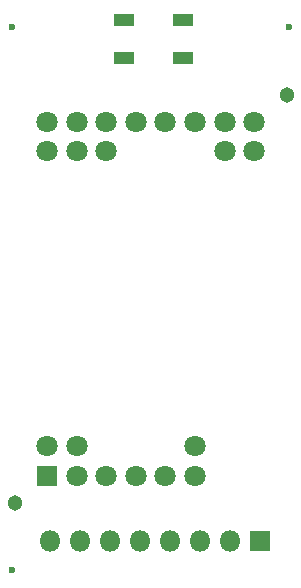
<source format=gts>
G04 #@! TF.FileFunction,Soldermask,Top*
%FSLAX46Y46*%
G04 Gerber Fmt 4.6, Leading zero omitted, Abs format (unit mm)*
G04 Created by KiCad (PCBNEW 4.0.6) date Wednesday, September 13, 2017 'PMt' 03:29:23 PM*
%MOMM*%
%LPD*%
G01*
G04 APERTURE LIST*
%ADD10C,0.100000*%
%ADD11R,1.801600X1.801600*%
%ADD12C,1.801600*%
%ADD13C,1.301600*%
%ADD14R,1.701600X1.101600*%
%ADD15O,1.801600X1.801600*%
%ADD16C,0.599440*%
G04 APERTURE END LIST*
D10*
D11*
X181000000Y-116000000D03*
D12*
X183500000Y-116000000D03*
X186000000Y-116000000D03*
X188500000Y-116000000D03*
X191000000Y-116000000D03*
X193500000Y-116000000D03*
X181000000Y-113500000D03*
X183500000Y-113500000D03*
X193500000Y-113500000D03*
X181000000Y-88500000D03*
X183500000Y-88500000D03*
X186000000Y-88500000D03*
X196000000Y-88500000D03*
X198500000Y-88500000D03*
X181000000Y-86000000D03*
X183500000Y-86000000D03*
X186000000Y-86000000D03*
X188500000Y-86000000D03*
X191000000Y-86000000D03*
X193500000Y-86000000D03*
X196000000Y-86000000D03*
X198500000Y-86000000D03*
D13*
X178250000Y-118250000D03*
X201250000Y-83750000D03*
D14*
X192500000Y-80600000D03*
X192500000Y-77400000D03*
X187500000Y-80600000D03*
X187500000Y-77400000D03*
D11*
X199000000Y-121500000D03*
D15*
X196460000Y-121500000D03*
X193920000Y-121500000D03*
X191380000Y-121500000D03*
X188840000Y-121500000D03*
X186300000Y-121500000D03*
X183760000Y-121500000D03*
X181220000Y-121500000D03*
D16*
X178000000Y-78000000D03*
X201500000Y-78000000D03*
X178000000Y-124000000D03*
M02*

</source>
